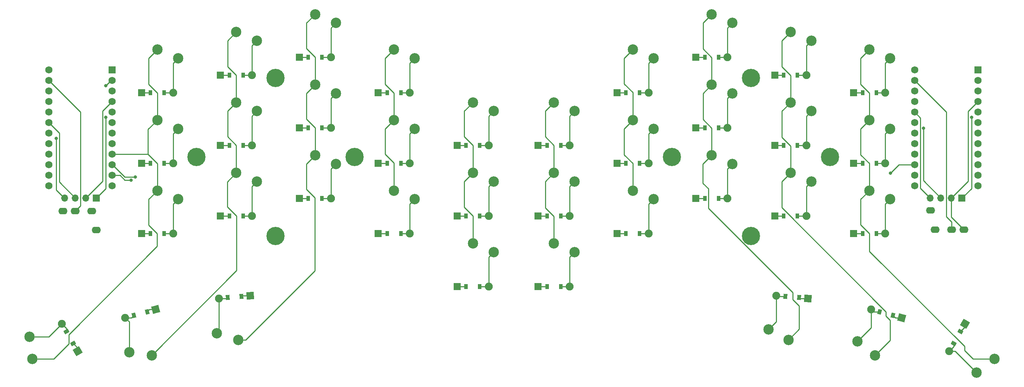
<source format=gbr>
%TF.GenerationSoftware,KiCad,Pcbnew,(6.0.4)*%
%TF.CreationDate,2022-07-03T23:33:08-04:00*%
%TF.ProjectId,glitch36,676c6974-6368-4333-962e-6b696361645f,v1.0.0*%
%TF.SameCoordinates,Original*%
%TF.FileFunction,Copper,L2,Bot*%
%TF.FilePolarity,Positive*%
%FSLAX46Y46*%
G04 Gerber Fmt 4.6, Leading zero omitted, Abs format (unit mm)*
G04 Created by KiCad (PCBNEW (6.0.4)) date 2022-07-03 23:33:08*
%MOMM*%
%LPD*%
G01*
G04 APERTURE LIST*
G04 Aperture macros list*
%AMRotRect*
0 Rectangle, with rotation*
0 The origin of the aperture is its center*
0 $1 length*
0 $2 width*
0 $3 Rotation angle, in degrees counterclockwise*
0 Add horizontal line*
21,1,$1,$2,0,0,$3*%
G04 Aperture macros list end*
%TA.AperFunction,ComponentPad*%
%ADD10C,2.500000*%
%TD*%
%TA.AperFunction,SMDPad,CuDef*%
%ADD11R,0.900000X1.200000*%
%TD*%
%TA.AperFunction,ComponentPad*%
%ADD12C,1.905000*%
%TD*%
%TA.AperFunction,ComponentPad*%
%ADD13R,1.778000X1.778000*%
%TD*%
%TA.AperFunction,SMDPad,CuDef*%
%ADD14RotRect,0.900000X1.200000X175.000000*%
%TD*%
%TA.AperFunction,ComponentPad*%
%ADD15RotRect,1.778000X1.778000X175.000000*%
%TD*%
%TA.AperFunction,SMDPad,CuDef*%
%ADD16RotRect,0.900000X1.200000X165.000000*%
%TD*%
%TA.AperFunction,ComponentPad*%
%ADD17RotRect,1.778000X1.778000X165.000000*%
%TD*%
%TA.AperFunction,SMDPad,CuDef*%
%ADD18RotRect,0.900000X1.200000X240.000000*%
%TD*%
%TA.AperFunction,ComponentPad*%
%ADD19RotRect,1.778000X1.778000X240.000000*%
%TD*%
%TA.AperFunction,SMDPad,CuDef*%
%ADD20RotRect,0.900000X1.200000X185.000000*%
%TD*%
%TA.AperFunction,ComponentPad*%
%ADD21RotRect,1.778000X1.778000X185.000000*%
%TD*%
%TA.AperFunction,SMDPad,CuDef*%
%ADD22RotRect,0.900000X1.200000X195.000000*%
%TD*%
%TA.AperFunction,ComponentPad*%
%ADD23RotRect,1.778000X1.778000X195.000000*%
%TD*%
%TA.AperFunction,SMDPad,CuDef*%
%ADD24RotRect,0.900000X1.200000X120.000000*%
%TD*%
%TA.AperFunction,ComponentPad*%
%ADD25RotRect,1.778000X1.778000X120.000000*%
%TD*%
%TA.AperFunction,ComponentPad*%
%ADD26R,1.752600X1.752600*%
%TD*%
%TA.AperFunction,ComponentPad*%
%ADD27C,1.752600*%
%TD*%
%TA.AperFunction,ComponentPad*%
%ADD28O,2.200000X1.600000*%
%TD*%
%TA.AperFunction,ComponentPad*%
%ADD29O,1.700000X1.700000*%
%TD*%
%TA.AperFunction,ComponentPad*%
%ADD30R,1.700000X1.700000*%
%TD*%
%TA.AperFunction,ComponentPad*%
%ADD31C,4.400000*%
%TD*%
%TA.AperFunction,ViaPad*%
%ADD32C,0.800000*%
%TD*%
%TA.AperFunction,Conductor*%
%ADD33C,0.250000*%
%TD*%
G04 APERTURE END LIST*
D10*
%TO.P,S1,1*%
%TO.N,pinky_bottom*%
X5000000Y3800000D03*
%TO.P,S1,2*%
%TO.N,B4*%
X0Y5900000D03*
%TD*%
D11*
%TO.P,D1,2*%
%TO.N,pinky_bottom*%
X1650000Y-4500000D03*
%TO.P,D1,1*%
%TO.N,B2*%
X-1650000Y-4500000D03*
D12*
%TO.N,pinky_bottom*%
X3810000Y-4500000D03*
D13*
%TO.P,D1,2*%
%TO.N,B2*%
X-3810000Y-4500000D03*
%TD*%
D10*
%TO.P,S2,1*%
%TO.N,pinky_home*%
X5000000Y20800000D03*
%TO.P,S2,2*%
%TO.N,B4*%
X0Y22900000D03*
%TD*%
D11*
%TO.P,D2,2*%
%TO.N,pinky_home*%
X1650000Y12500000D03*
%TO.P,D2,1*%
%TO.N,B3*%
X-1650000Y12500000D03*
D12*
%TO.N,pinky_home*%
X3810000Y12500000D03*
D13*
%TO.P,D2,2*%
%TO.N,B3*%
X-3810000Y12500000D03*
%TD*%
D10*
%TO.P,S3,1*%
%TO.N,pinky_top*%
X5000000Y37800000D03*
%TO.P,S3,2*%
%TO.N,B4*%
X0Y39900000D03*
%TD*%
D11*
%TO.P,D3,2*%
%TO.N,pinky_top*%
X1650000Y29500000D03*
%TO.P,D3,1*%
%TO.N,B1*%
X-1650000Y29500000D03*
D12*
%TO.N,pinky_top*%
X3810000Y29500000D03*
D13*
%TO.P,D3,2*%
%TO.N,B1*%
X-3810000Y29500000D03*
%TD*%
D10*
%TO.P,S4,1*%
%TO.N,ring_bottom*%
X24000000Y16550000D03*
%TO.P,S4,2*%
%TO.N,E6*%
X19000000Y18650000D03*
%TD*%
D11*
%TO.P,D4,2*%
%TO.N,ring_bottom*%
X20650000Y8250000D03*
%TO.P,D4,1*%
%TO.N,B2*%
X17350000Y8250000D03*
D12*
%TO.N,ring_bottom*%
X22810000Y8250000D03*
D13*
%TO.P,D4,2*%
%TO.N,B2*%
X15190000Y8250000D03*
%TD*%
D10*
%TO.P,S5,1*%
%TO.N,ring_home*%
X24000000Y33550000D03*
%TO.P,S5,2*%
%TO.N,E6*%
X19000000Y35650000D03*
%TD*%
D11*
%TO.P,D5,2*%
%TO.N,ring_home*%
X20650000Y25250000D03*
%TO.P,D5,1*%
%TO.N,B3*%
X17350000Y25250000D03*
D12*
%TO.N,ring_home*%
X22810000Y25250000D03*
D13*
%TO.P,D5,2*%
%TO.N,B3*%
X15190000Y25250000D03*
%TD*%
D10*
%TO.P,S6,1*%
%TO.N,ring_top*%
X24000000Y50550000D03*
%TO.P,S6,2*%
%TO.N,E6*%
X19000000Y52650000D03*
%TD*%
D11*
%TO.P,D6,2*%
%TO.N,ring_top*%
X20650000Y42250000D03*
%TO.P,D6,1*%
%TO.N,B1*%
X17350000Y42250000D03*
D12*
%TO.N,ring_top*%
X22810000Y42250000D03*
D13*
%TO.P,D6,2*%
%TO.N,B1*%
X15190000Y42250000D03*
%TD*%
D10*
%TO.P,S7,1*%
%TO.N,middle_bottom*%
X43000000Y25050000D03*
%TO.P,S7,2*%
%TO.N,D4*%
X38000000Y27150000D03*
%TD*%
D11*
%TO.P,D7,2*%
%TO.N,middle_bottom*%
X39650000Y16750000D03*
%TO.P,D7,1*%
%TO.N,B2*%
X36350000Y16750000D03*
D12*
%TO.N,middle_bottom*%
X41810000Y16750000D03*
D13*
%TO.P,D7,2*%
%TO.N,B2*%
X34190000Y16750000D03*
%TD*%
D10*
%TO.P,S8,1*%
%TO.N,middle_home*%
X43000000Y42050000D03*
%TO.P,S8,2*%
%TO.N,D4*%
X38000000Y44150000D03*
%TD*%
D11*
%TO.P,D8,2*%
%TO.N,middle_home*%
X39650000Y33750000D03*
%TO.P,D8,1*%
%TO.N,B3*%
X36350000Y33750000D03*
D12*
%TO.N,middle_home*%
X41810000Y33750000D03*
D13*
%TO.P,D8,2*%
%TO.N,B3*%
X34190000Y33750000D03*
%TD*%
D10*
%TO.P,S9,1*%
%TO.N,middle_top*%
X43000000Y59050000D03*
%TO.P,S9,2*%
%TO.N,D4*%
X38000000Y61150000D03*
%TD*%
D11*
%TO.P,D9,2*%
%TO.N,middle_top*%
X39650000Y50750000D03*
%TO.P,D9,1*%
%TO.N,B1*%
X36350000Y50750000D03*
D12*
%TO.N,middle_top*%
X41810000Y50750000D03*
D13*
%TO.P,D9,2*%
%TO.N,B1*%
X34190000Y50750000D03*
%TD*%
D10*
%TO.P,S10,1*%
%TO.N,index_bottom*%
X62000000Y20800000D03*
%TO.P,S10,2*%
%TO.N,C6*%
X57000000Y22900000D03*
%TD*%
D11*
%TO.P,D10,2*%
%TO.N,index_bottom*%
X58650000Y12500000D03*
%TO.P,D10,1*%
%TO.N,B2*%
X55350000Y12500000D03*
D12*
%TO.N,index_bottom*%
X60810000Y12500000D03*
D13*
%TO.P,D10,2*%
%TO.N,B2*%
X53190000Y12500000D03*
%TD*%
D10*
%TO.P,S11,1*%
%TO.N,index_home*%
X62000000Y37800000D03*
%TO.P,S11,2*%
%TO.N,C6*%
X57000000Y39900000D03*
%TD*%
D11*
%TO.P,D11,2*%
%TO.N,index_home*%
X58650000Y29500000D03*
%TO.P,D11,1*%
%TO.N,B3*%
X55350000Y29500000D03*
D12*
%TO.N,index_home*%
X60810000Y29500000D03*
D13*
%TO.P,D11,2*%
%TO.N,B3*%
X53190000Y29500000D03*
%TD*%
D10*
%TO.P,S12,1*%
%TO.N,index_top*%
X62000000Y54800000D03*
%TO.P,S12,2*%
%TO.N,C6*%
X57000000Y56900000D03*
%TD*%
D11*
%TO.P,D12,2*%
%TO.N,index_top*%
X58650000Y46500000D03*
%TO.P,D12,1*%
%TO.N,B1*%
X55350000Y46500000D03*
D12*
%TO.N,index_top*%
X60810000Y46500000D03*
D13*
%TO.P,D12,2*%
%TO.N,B1*%
X53190000Y46500000D03*
%TD*%
D10*
%TO.P,S13,1*%
%TO.N,inner_bottom*%
X81000000Y16550000D03*
%TO.P,S13,2*%
%TO.N,D7*%
X76000000Y18650000D03*
%TD*%
D11*
%TO.P,D13,2*%
%TO.N,inner_bottom*%
X77650000Y8250000D03*
%TO.P,D13,1*%
%TO.N,B2*%
X74350000Y8250000D03*
D12*
%TO.N,inner_bottom*%
X79810000Y8250000D03*
D13*
%TO.P,D13,2*%
%TO.N,B2*%
X72190000Y8250000D03*
%TD*%
D10*
%TO.P,S14,1*%
%TO.N,inner_home*%
X81000000Y33550000D03*
%TO.P,S14,2*%
%TO.N,D7*%
X76000000Y35650000D03*
%TD*%
D11*
%TO.P,D14,2*%
%TO.N,inner_home*%
X77650000Y25250000D03*
%TO.P,D14,1*%
%TO.N,B3*%
X74350000Y25250000D03*
D12*
%TO.N,inner_home*%
X79810000Y25250000D03*
D13*
%TO.P,D14,2*%
%TO.N,B3*%
X72190000Y25250000D03*
%TD*%
D10*
%TO.P,S15,1*%
%TO.N,inner_top*%
X81000000Y50550000D03*
%TO.P,S15,2*%
%TO.N,D7*%
X76000000Y52650000D03*
%TD*%
D11*
%TO.P,D15,2*%
%TO.N,inner_top*%
X77650000Y42250000D03*
%TO.P,D15,1*%
%TO.N,B1*%
X74350000Y42250000D03*
D12*
%TO.N,inner_top*%
X79810000Y42250000D03*
D13*
%TO.P,D15,2*%
%TO.N,B1*%
X72190000Y42250000D03*
%TD*%
D10*
%TO.P,S16,1*%
%TO.N,outer_thumbs*%
X51687835Y-14849761D03*
%TO.P,S16,2*%
%TO.N,D4*%
X56485781Y-17377549D03*
%TD*%
D14*
%TO.P,D16,2*%
%TO.N,outer_thumbs*%
X55748480Y-6873317D03*
%TO.P,D16,1*%
%TO.N,B6*%
X59035922Y-7160931D03*
D12*
%TO.N,outer_thumbs*%
X53596699Y-6685061D03*
D15*
%TO.P,D16,2*%
%TO.N,B6*%
X61187703Y-7349187D03*
%TD*%
D10*
%TO.P,S17,1*%
%TO.N,middle_thumbs*%
X73088606Y-17738292D03*
%TO.P,S17,2*%
%TO.N,C6*%
X77374716Y-21060831D03*
%TD*%
D16*
%TO.P,D17,2*%
%TO.N,middle_thumbs*%
X78472656Y-10588152D03*
%TO.P,D17,1*%
%TO.N,B6*%
X81660212Y-11442254D03*
D12*
%TO.N,middle_thumbs*%
X76386257Y-10029102D03*
D17*
%TO.P,D17,2*%
%TO.N,B6*%
X83746611Y-12001304D03*
%TD*%
D10*
%TO.P,S18,1*%
%TO.N,inner_thumbs*%
X101794727Y-25237037D03*
%TO.P,S18,2*%
%TO.N,D7*%
X106113380Y-21956910D03*
%TD*%
D18*
%TO.P,D18,2*%
%TO.N,inner_thumbs*%
X96281715Y-18185852D03*
%TO.P,D18,1*%
%TO.N,B6*%
X97931715Y-15327968D03*
D12*
%TO.N,inner_thumbs*%
X95201715Y-20056467D03*
D19*
%TO.P,D18,2*%
%TO.N,B6*%
X99011715Y-13457353D03*
%TD*%
D10*
%TO.P,S19,1*%
%TO.N,mirror_pinky_bottom*%
X-14550000Y3800000D03*
%TO.P,S19,2*%
%TO.N,B2*%
X-19550000Y5900000D03*
%TD*%
D11*
%TO.P,D19,2*%
%TO.N,mirror_pinky_bottom*%
X-17900000Y-4500000D03*
%TO.P,D19,1*%
%TO.N,B4*%
X-21200000Y-4500000D03*
D12*
%TO.N,mirror_pinky_bottom*%
X-15740000Y-4500000D03*
D13*
%TO.P,D19,2*%
%TO.N,B4*%
X-23360000Y-4500000D03*
%TD*%
D10*
%TO.P,S20,1*%
%TO.N,mirror_pinky_home*%
X-14550000Y20800000D03*
%TO.P,S20,2*%
%TO.N,B2*%
X-19550000Y22900000D03*
%TD*%
D11*
%TO.P,D20,2*%
%TO.N,mirror_pinky_home*%
X-17900000Y12500000D03*
%TO.P,D20,1*%
%TO.N,E6*%
X-21200000Y12500000D03*
D12*
%TO.N,mirror_pinky_home*%
X-15740000Y12500000D03*
D13*
%TO.P,D20,2*%
%TO.N,E6*%
X-23360000Y12500000D03*
%TD*%
D10*
%TO.P,S21,1*%
%TO.N,mirror_pinky_top*%
X-14550000Y37800000D03*
%TO.P,S21,2*%
%TO.N,B2*%
X-19550000Y39900000D03*
%TD*%
D11*
%TO.P,D21,2*%
%TO.N,mirror_pinky_top*%
X-17900000Y29500000D03*
%TO.P,D21,1*%
%TO.N,D7*%
X-21200000Y29500000D03*
D12*
%TO.N,mirror_pinky_top*%
X-15740000Y29500000D03*
D13*
%TO.P,D21,2*%
%TO.N,D7*%
X-23360000Y29500000D03*
%TD*%
D10*
%TO.P,S22,2*%
%TO.N,B3*%
X-38550000Y18650000D03*
%TO.P,S22,1*%
%TO.N,mirror_ring_bottom*%
X-33550000Y16550000D03*
%TD*%
D11*
%TO.P,D22,2*%
%TO.N,mirror_ring_bottom*%
X-36900000Y8250000D03*
%TO.P,D22,1*%
%TO.N,B4*%
X-40200000Y8250000D03*
D12*
%TO.N,mirror_ring_bottom*%
X-34740000Y8250000D03*
D13*
%TO.P,D22,2*%
%TO.N,B4*%
X-42360000Y8250000D03*
%TD*%
D10*
%TO.P,S23,1*%
%TO.N,mirror_ring_home*%
X-33550000Y33550000D03*
%TO.P,S23,2*%
%TO.N,B3*%
X-38550000Y35650000D03*
%TD*%
D11*
%TO.P,D23,2*%
%TO.N,mirror_ring_home*%
X-36900000Y25250000D03*
%TO.P,D23,1*%
%TO.N,E6*%
X-40200000Y25250000D03*
D12*
%TO.N,mirror_ring_home*%
X-34740000Y25250000D03*
D13*
%TO.P,D23,2*%
%TO.N,E6*%
X-42360000Y25250000D03*
%TD*%
D10*
%TO.P,S24,1*%
%TO.N,mirror_ring_top*%
X-33550000Y50550000D03*
%TO.P,S24,2*%
%TO.N,B3*%
X-38550000Y52650000D03*
%TD*%
D11*
%TO.P,D24,2*%
%TO.N,mirror_ring_top*%
X-36900000Y42250000D03*
%TO.P,D24,1*%
%TO.N,D7*%
X-40200000Y42250000D03*
D12*
%TO.N,mirror_ring_top*%
X-34740000Y42250000D03*
D13*
%TO.P,D24,2*%
%TO.N,D7*%
X-42360000Y42250000D03*
%TD*%
D10*
%TO.P,S25,1*%
%TO.N,mirror_middle_bottom*%
X-52550000Y25050000D03*
%TO.P,S25,2*%
%TO.N,F6*%
X-57550000Y27150000D03*
%TD*%
D11*
%TO.P,D25,2*%
%TO.N,mirror_middle_bottom*%
X-55900000Y16750000D03*
%TO.P,D25,1*%
%TO.N,B4*%
X-59200000Y16750000D03*
D12*
%TO.N,mirror_middle_bottom*%
X-53740000Y16750000D03*
D13*
%TO.P,D25,2*%
%TO.N,B4*%
X-61360000Y16750000D03*
%TD*%
D10*
%TO.P,S26,1*%
%TO.N,mirror_middle_home*%
X-52550000Y42050000D03*
%TO.P,S26,2*%
%TO.N,F6*%
X-57550000Y44150000D03*
%TD*%
D11*
%TO.P,D26,2*%
%TO.N,mirror_middle_home*%
X-55900000Y33750000D03*
%TO.P,D26,1*%
%TO.N,E6*%
X-59200000Y33750000D03*
D12*
%TO.N,mirror_middle_home*%
X-53740000Y33750000D03*
D13*
%TO.P,D26,2*%
%TO.N,E6*%
X-61360000Y33750000D03*
%TD*%
D10*
%TO.P,S27,1*%
%TO.N,mirror_middle_top*%
X-52550000Y59050000D03*
%TO.P,S27,2*%
%TO.N,F6*%
X-57550000Y61150000D03*
%TD*%
D11*
%TO.P,D27,2*%
%TO.N,mirror_middle_top*%
X-55900000Y50750000D03*
%TO.P,D27,1*%
%TO.N,D7*%
X-59200000Y50750000D03*
D12*
%TO.N,mirror_middle_top*%
X-53740000Y50750000D03*
D13*
%TO.P,D27,2*%
%TO.N,D7*%
X-61360000Y50750000D03*
%TD*%
D10*
%TO.P,S28,1*%
%TO.N,mirror_index_bottom*%
X-71550000Y20800000D03*
%TO.P,S28,2*%
%TO.N,F7*%
X-76550000Y22900000D03*
%TD*%
D11*
%TO.P,D28,2*%
%TO.N,mirror_index_bottom*%
X-74900000Y12500000D03*
%TO.P,D28,1*%
%TO.N,B4*%
X-78200000Y12500000D03*
D12*
%TO.N,mirror_index_bottom*%
X-72740000Y12500000D03*
D13*
%TO.P,D28,2*%
%TO.N,B4*%
X-80360000Y12500000D03*
%TD*%
D10*
%TO.P,S29,1*%
%TO.N,mirror_index_home*%
X-71550000Y37800000D03*
%TO.P,S29,2*%
%TO.N,F7*%
X-76550000Y39900000D03*
%TD*%
D11*
%TO.P,D29,2*%
%TO.N,mirror_index_home*%
X-74900000Y29500000D03*
%TO.P,D29,1*%
%TO.N,E6*%
X-78200000Y29500000D03*
D12*
%TO.N,mirror_index_home*%
X-72740000Y29500000D03*
D13*
%TO.P,D29,2*%
%TO.N,E6*%
X-80360000Y29500000D03*
%TD*%
D10*
%TO.P,S30,1*%
%TO.N,mirror_index_top*%
X-71550000Y54800000D03*
%TO.P,S30,2*%
%TO.N,F7*%
X-76550000Y56900000D03*
%TD*%
D11*
%TO.P,D30,2*%
%TO.N,mirror_index_top*%
X-74900000Y46500000D03*
%TO.P,D30,1*%
%TO.N,D7*%
X-78200000Y46500000D03*
D12*
%TO.N,mirror_index_top*%
X-72740000Y46500000D03*
D13*
%TO.P,D30,2*%
%TO.N,D7*%
X-80360000Y46500000D03*
%TD*%
D10*
%TO.P,S31,1*%
%TO.N,mirror_inner_bottom*%
X-90550000Y16550000D03*
%TO.P,S31,2*%
%TO.N,B1*%
X-95550000Y18650000D03*
%TD*%
D11*
%TO.P,D31,2*%
%TO.N,mirror_inner_bottom*%
X-93900000Y8250000D03*
%TO.P,D31,1*%
%TO.N,B4*%
X-97200000Y8250000D03*
D12*
%TO.N,mirror_inner_bottom*%
X-91740000Y8250000D03*
D13*
%TO.P,D31,2*%
%TO.N,B4*%
X-99360000Y8250000D03*
%TD*%
D10*
%TO.P,S32,1*%
%TO.N,mirror_inner_home*%
X-90550000Y33550000D03*
%TO.P,S32,2*%
%TO.N,B1*%
X-95550000Y35650000D03*
%TD*%
D11*
%TO.P,D32,2*%
%TO.N,mirror_inner_home*%
X-93900000Y25250000D03*
%TO.P,D32,1*%
%TO.N,E6*%
X-97200000Y25250000D03*
D12*
%TO.N,mirror_inner_home*%
X-91740000Y25250000D03*
D13*
%TO.P,D32,2*%
%TO.N,E6*%
X-99360000Y25250000D03*
%TD*%
D10*
%TO.P,S33,1*%
%TO.N,mirror_inner_top*%
X-90550000Y50550000D03*
%TO.P,S33,2*%
%TO.N,B1*%
X-95550000Y52650000D03*
%TD*%
D11*
%TO.P,D33,2*%
%TO.N,mirror_inner_top*%
X-93900000Y42250000D03*
%TO.P,D33,1*%
%TO.N,D7*%
X-97200000Y42250000D03*
D12*
%TO.N,mirror_inner_top*%
X-91740000Y42250000D03*
D13*
%TO.P,D33,2*%
%TO.N,D7*%
X-99360000Y42250000D03*
%TD*%
D10*
%TO.P,S34,1*%
%TO.N,mirror_outer_thumbs*%
X-81199782Y-15721319D03*
%TO.P,S34,2*%
%TO.N,F6*%
X-76035781Y-17377549D03*
%TD*%
D20*
%TO.P,D34,2*%
%TO.N,mirror_outer_thumbs*%
X-78585922Y-7160931D03*
%TO.P,D34,1*%
%TO.N,B5*%
X-75298480Y-6873317D03*
D12*
%TO.N,mirror_outer_thumbs*%
X-80737703Y-7349187D03*
D21*
%TO.P,D34,2*%
%TO.N,B5*%
X-73146699Y-6685061D03*
%TD*%
D10*
%TO.P,S35,1*%
%TO.N,mirror_middle_thumbs*%
X-102297865Y-20326482D03*
%TO.P,S35,2*%
%TO.N,F7*%
X-96924716Y-21060831D03*
%TD*%
D22*
%TO.P,D35,2*%
%TO.N,mirror_middle_thumbs*%
X-101210212Y-11442254D03*
%TO.P,D35,1*%
%TO.N,B5*%
X-98022656Y-10588152D03*
D12*
%TO.N,mirror_middle_thumbs*%
X-103296611Y-12001304D03*
D23*
%TO.P,D35,2*%
%TO.N,B5*%
X-95936257Y-10029102D03*
%TD*%
D10*
%TO.P,S36,1*%
%TO.N,mirror_inner_thumbs*%
X-126344726Y-16576783D03*
%TO.P,S36,2*%
%TO.N,B1*%
X-125663379Y-21956910D03*
%TD*%
D24*
%TO.P,D36,2*%
%TO.N,mirror_inner_thumbs*%
X-117481715Y-15327968D03*
%TO.P,D36,1*%
%TO.N,B5*%
X-115831715Y-18185852D03*
D12*
%TO.N,mirror_inner_thumbs*%
X-118561715Y-13457353D03*
D25*
%TO.P,D36,2*%
%TO.N,B5*%
X-114751715Y-20056467D03*
%TD*%
D26*
%TO.P,MCU1,1*%
%TO.N,RAW*%
X102120000Y47720000D03*
D27*
%TO.P,MCU1,2*%
%TO.N,GND*%
X102120000Y45180000D03*
%TO.P,MCU1,3*%
%TO.N,RST*%
X102120000Y42640000D03*
%TO.P,MCU1,4*%
%TO.N,VCC*%
X102120000Y40100000D03*
%TO.P,MCU1,5*%
%TO.N,F4*%
X102120000Y37560000D03*
%TO.P,MCU1,6*%
%TO.N,F5*%
X102120000Y35020000D03*
%TO.P,MCU1,7*%
%TO.N,F6*%
X102120000Y32480000D03*
%TO.P,MCU1,8*%
%TO.N,F7*%
X102120000Y29940000D03*
%TO.P,MCU1,9*%
%TO.N,B1*%
X102120000Y27400000D03*
%TO.P,MCU1,10*%
%TO.N,B3*%
X102120000Y24860000D03*
%TO.P,MCU1,11*%
%TO.N,B2*%
X102120000Y22320000D03*
%TO.P,MCU1,12*%
%TO.N,B6*%
X102120000Y19780000D03*
%TO.P,MCU1,13*%
%TO.N,D3*%
X86880000Y47720000D03*
%TO.P,MCU1,14*%
%TO.N,D2*%
X86880000Y45180000D03*
%TO.P,MCU1,15*%
%TO.N,GND*%
X86880000Y42640000D03*
%TO.P,MCU1,16*%
X86880000Y40100000D03*
%TO.P,MCU1,17*%
%TO.N,D1*%
X86880000Y37560000D03*
%TO.P,MCU1,18*%
%TO.N,D0*%
X86880000Y35020000D03*
%TO.P,MCU1,19*%
%TO.N,D4*%
X86880000Y32480000D03*
%TO.P,MCU1,20*%
%TO.N,C6*%
X86880000Y29940000D03*
%TO.P,MCU1,21*%
%TO.N,D7*%
X86880000Y27400000D03*
%TO.P,MCU1,22*%
%TO.N,E6*%
X86880000Y24860000D03*
%TO.P,MCU1,23*%
%TO.N,B4*%
X86880000Y22320000D03*
%TO.P,MCU1,24*%
%TO.N,B5*%
X86880000Y19780000D03*
%TD*%
D26*
%TO.P,MCU2,1*%
%TO.N,RAW*%
X-106430000Y47720000D03*
D27*
%TO.P,MCU2,2*%
%TO.N,GND*%
X-106430000Y45180000D03*
%TO.P,MCU2,3*%
%TO.N,RST*%
X-106430000Y42640000D03*
%TO.P,MCU2,4*%
%TO.N,VCC*%
X-106430000Y40100000D03*
%TO.P,MCU2,5*%
%TO.N,F4*%
X-106430000Y37560000D03*
%TO.P,MCU2,6*%
%TO.N,F5*%
X-106430000Y35020000D03*
%TO.P,MCU2,7*%
%TO.N,F6*%
X-106430000Y32480000D03*
%TO.P,MCU2,8*%
%TO.N,F7*%
X-106430000Y29940000D03*
%TO.P,MCU2,9*%
%TO.N,B1*%
X-106430000Y27400000D03*
%TO.P,MCU2,10*%
%TO.N,B3*%
X-106430000Y24860000D03*
%TO.P,MCU2,11*%
%TO.N,B2*%
X-106430000Y22320000D03*
%TO.P,MCU2,12*%
%TO.N,B6*%
X-106430000Y19780000D03*
%TO.P,MCU2,13*%
%TO.N,D3*%
X-121670000Y47720000D03*
%TO.P,MCU2,14*%
%TO.N,D2*%
X-121670000Y45180000D03*
%TO.P,MCU2,15*%
%TO.N,GND*%
X-121670000Y42640000D03*
%TO.P,MCU2,16*%
X-121670000Y40100000D03*
%TO.P,MCU2,17*%
%TO.N,D1*%
X-121670000Y37560000D03*
%TO.P,MCU2,18*%
%TO.N,D0*%
X-121670000Y35020000D03*
%TO.P,MCU2,19*%
%TO.N,D4*%
X-121670000Y32480000D03*
%TO.P,MCU2,20*%
%TO.N,C6*%
X-121670000Y29940000D03*
%TO.P,MCU2,21*%
%TO.N,D7*%
X-121670000Y27400000D03*
%TO.P,MCU2,22*%
%TO.N,E6*%
X-121670000Y24860000D03*
%TO.P,MCU2,23*%
%TO.N,B4*%
X-121670000Y22320000D03*
%TO.P,MCU2,24*%
%TO.N,B5*%
X-121670000Y19780000D03*
%TD*%
D28*
%TO.P,REF\u002A\u002A,1*%
%TO.N,GND*%
X90700000Y13850000D03*
%TO.P,REF\u002A\u002A,2*%
X91800000Y9250000D03*
%TO.P,REF\u002A\u002A,3*%
%TO.N,D2*%
X95800000Y9250000D03*
%TO.P,REF\u002A\u002A,4*%
%TO.N,VCC*%
X98800000Y9250000D03*
%TD*%
%TO.P,REF\u002A\u002A,1*%
%TO.N,GND*%
X-110250000Y9150000D03*
%TO.P,REF\u002A\u002A,2*%
X-111350000Y13750000D03*
%TO.P,REF\u002A\u002A,3*%
%TO.N,D2*%
X-115350000Y13750000D03*
%TO.P,REF\u002A\u002A,4*%
%TO.N,VCC*%
X-118350000Y13750000D03*
%TD*%
D29*
%TO.P,OLED1,4*%
%TO.N,D1*%
X90680000Y16850000D03*
%TO.P,OLED1,3*%
%TO.N,D0*%
X93220000Y16850000D03*
%TO.P,OLED1,2*%
%TO.N,VCC*%
X95760000Y16850000D03*
D30*
%TO.P,OLED1,1*%
%TO.N,GND*%
X98300000Y16850000D03*
%TD*%
D29*
%TO.P,OLED2,4*%
%TO.N,D1*%
X-117870000Y16850000D03*
%TO.P,OLED2,3*%
%TO.N,D0*%
X-115330000Y16850000D03*
%TO.P,OLED2,2*%
%TO.N,VCC*%
X-112790000Y16850000D03*
D30*
%TO.P,OLED2,1*%
%TO.N,GND*%
X-110250000Y16850000D03*
%TD*%
D31*
%TO.P,,1*%
%TO.N,N/C*%
X47500000Y45800000D03*
X47500000Y7700000D03*
X28450000Y26750000D03*
X66550000Y26750000D03*
%TD*%
%TO.P,,1*%
%TO.N,N/C*%
X-67050000Y45800000D03*
X-67050000Y7700000D03*
X-86100000Y26750000D03*
X-48000000Y26750000D03*
%TD*%
D32*
%TO.N,GND*%
X100600000Y36300000D03*
%TO.N,D0*%
X89024500Y33700000D03*
%TO.N,E6*%
X81100000Y22875500D03*
%TO.N,GND*%
X-108000000Y43900000D03*
X-108000000Y36300000D03*
%TO.N,D1*%
X-119900000Y31200000D03*
%TO.N,B2*%
X-101900000Y21175500D03*
%TO.N,B3*%
X-100900000Y21900000D03*
%TD*%
D33*
%TO.N,GND*%
X-106720000Y45180000D02*
X-106430000Y45180000D01*
X-108000000Y43900000D02*
X-106720000Y45180000D01*
%TO.N,D2*%
X-114100000Y37610000D02*
X-121670000Y45180000D01*
X-114100000Y15000000D02*
X-114100000Y37610000D01*
X-115350000Y13750000D02*
X-114100000Y15000000D01*
X94500000Y37560000D02*
X86880000Y45180000D01*
X94500000Y12359686D02*
X94500000Y37560000D01*
X95800000Y11059686D02*
X94500000Y12359686D01*
X95800000Y9250000D02*
X95800000Y11059686D01*
%TO.N,VCC*%
X98800000Y9250000D02*
X95760000Y12290000D01*
X95760000Y12290000D02*
X95760000Y16850000D01*
%TO.N,F7*%
X-78700000Y14700000D02*
X-78700000Y20750000D01*
X-76500000Y12500000D02*
X-78700000Y14700000D01*
X-96924716Y-21060831D02*
X-76500000Y-636115D01*
X-78700000Y20750000D02*
X-76550000Y22900000D01*
X-76500000Y-636115D02*
X-76500000Y12500000D01*
%TO.N,D7*%
X76000000Y8300000D02*
X73910979Y10389021D01*
X76000000Y4000000D02*
X76000000Y8300000D01*
X73910979Y10389021D02*
X73910979Y16560979D01*
X98914809Y-18914809D02*
X76000000Y4000000D01*
X98914809Y-19872212D02*
X98914809Y-18914809D01*
X73910979Y16560979D02*
X76000000Y18650000D01*
X100999507Y-21956910D02*
X98914809Y-19872212D01*
X106113380Y-21956910D02*
X100999507Y-21956910D01*
%TO.N,C6*%
X54900000Y20800000D02*
X57000000Y22900000D01*
X54900000Y14550978D02*
X54900000Y20800000D01*
X80000000Y-11600000D02*
X80000000Y-10549022D01*
X80990769Y-12590769D02*
X80000000Y-11600000D01*
X80000000Y-10549022D02*
X54900000Y14550978D01*
X80990769Y-17444778D02*
X80990769Y-12590769D01*
X77374716Y-21060831D02*
X80990769Y-17444778D01*
%TO.N,D4*%
X35900000Y25050000D02*
X38000000Y27150000D01*
X35900000Y20395677D02*
X35900000Y25050000D01*
X37200000Y19095677D02*
X35900000Y20395677D01*
X37200000Y14400000D02*
X37200000Y19095677D01*
X59089021Y-9189021D02*
X57500000Y-7600000D01*
X59089021Y-14774309D02*
X59089021Y-9189021D01*
X57500000Y-7600000D02*
X57500000Y-5900000D01*
X56485781Y-17377549D02*
X59089021Y-14774309D01*
X57500000Y-5900000D02*
X37200000Y14400000D01*
%TO.N,E6*%
X83084500Y24860000D02*
X86880000Y24860000D01*
X81100000Y22875500D02*
X83084500Y24860000D01*
%TO.N,D0*%
X89024500Y21045500D02*
X93220000Y16850000D01*
X89024500Y33700000D02*
X89024500Y21045500D01*
%TO.N,D1*%
X-119900000Y18800000D02*
X-117950000Y16850000D01*
X-117950000Y16850000D02*
X-117870000Y16850000D01*
X-119900000Y31200000D02*
X-119900000Y18800000D01*
%TO.N,GND*%
X-108000000Y19100000D02*
X-110250000Y16850000D01*
X-108000000Y36300000D02*
X-108000000Y19100000D01*
%TO.N,D1*%
X88300000Y36140000D02*
X86880000Y37560000D01*
X88300000Y19230000D02*
X88300000Y36140000D01*
X90680000Y16850000D02*
X88300000Y19230000D01*
%TO.N,VCC*%
X99800000Y37780000D02*
X102120000Y40100000D01*
X99800000Y20890000D02*
X99800000Y37780000D01*
X95760000Y16850000D02*
X99800000Y20890000D01*
%TO.N,GND*%
X100600000Y36300000D02*
X100600000Y19150000D01*
X100600000Y19150000D02*
X98300000Y16850000D01*
%TO.N,B1*%
X-97825489Y27400000D02*
X-106430000Y27400000D01*
X-97639021Y27213532D02*
X-95550000Y25124511D01*
X-95550000Y25124511D02*
X-95550000Y18650000D01*
X-97639021Y27213532D02*
X-97825489Y27400000D01*
%TO.N,B2*%
X-103400000Y21200000D02*
X-104520000Y22320000D01*
X-104520000Y22320000D02*
X-106430000Y22320000D01*
X-101924500Y21200000D02*
X-103400000Y21200000D01*
X-101900000Y21175500D02*
X-101924500Y21200000D01*
%TO.N,B3*%
X-106360000Y24860000D02*
X-106430000Y24860000D01*
X-103400000Y21900000D02*
X-106360000Y24860000D01*
X-100900000Y21900000D02*
X-103400000Y21900000D01*
%TO.N,B1*%
X-97800000Y27374511D02*
X-97639021Y27213532D01*
X-97800000Y33400000D02*
X-97800000Y27374511D01*
X-95550000Y35650000D02*
X-97800000Y33400000D01*
%TO.N,VCC*%
X-108724511Y37805489D02*
X-106430000Y40100000D01*
X-108724511Y20915489D02*
X-108724511Y37805489D01*
X-112790000Y16850000D02*
X-108724511Y20915489D01*
%TO.N,D0*%
X-119175489Y32525489D02*
X-121670000Y35020000D01*
X-119175489Y20695489D02*
X-119175489Y32525489D01*
X-115330000Y16850000D02*
X-119175489Y20695489D01*
%TO.N,F6*%
X-59639021Y18939021D02*
X-59639021Y25060979D01*
X-57600000Y16900000D02*
X-59639021Y18939021D01*
X-57600000Y-709534D02*
X-57600000Y16900000D01*
X-59639021Y25060979D02*
X-57550000Y27150000D01*
X-74268015Y-17377549D02*
X-57600000Y-709534D01*
X-76035781Y-17377549D02*
X-74268015Y-17377549D01*
%TO.N,B1*%
X-97639021Y16560979D02*
X-95550000Y18650000D01*
X-95600000Y8300000D02*
X-97639021Y10339021D01*
X-116900850Y-16100850D02*
X-95600000Y5200000D01*
X-97639021Y10339021D02*
X-97639021Y16560979D01*
X-116900850Y-18308254D02*
X-116900850Y-16100850D01*
X-120549506Y-21956910D02*
X-116900850Y-18308254D01*
X-125663379Y-21956910D02*
X-120549506Y-21956910D01*
X-95600000Y5200000D02*
X-95600000Y8300000D01*
%TO.N,D7*%
X76000000Y25200000D02*
X76000000Y18650000D01*
X73910979Y27289021D02*
X76000000Y25200000D01*
X76000000Y35650000D02*
X73910979Y33560979D01*
X73910979Y33560979D02*
X73910979Y27289021D01*
X76000000Y42174511D02*
X76000000Y35650000D01*
X73910979Y44263532D02*
X76000000Y42174511D01*
X73910979Y50560979D02*
X73910979Y44263532D01*
X76000000Y52650000D02*
X73910979Y50560979D01*
%TO.N,C6*%
X54910979Y31489021D02*
X57000000Y29400000D01*
X54910979Y37810979D02*
X54910979Y31489021D01*
X57000000Y29400000D02*
X57000000Y22900000D01*
X57000000Y39900000D02*
X54910979Y37810979D01*
X57000000Y46400000D02*
X57000000Y39900000D01*
X54910979Y54810979D02*
X54910979Y48489021D01*
X54910979Y48489021D02*
X57000000Y46400000D01*
X57000000Y56900000D02*
X54910979Y54810979D01*
%TO.N,D4*%
X38000000Y33700000D02*
X38000000Y27150000D01*
X35910979Y35789021D02*
X38000000Y33700000D01*
X35910979Y42060979D02*
X35910979Y35789021D01*
X38000000Y44150000D02*
X35910979Y42060979D01*
X38000000Y50700000D02*
X38000000Y44150000D01*
X35910979Y52789021D02*
X38000000Y50700000D01*
X35910979Y59060979D02*
X35910979Y52789021D01*
X38000000Y61150000D02*
X35910979Y59060979D01*
%TO.N,E6*%
X19000000Y25200000D02*
X19000000Y18650000D01*
X16910979Y27289021D02*
X19000000Y25200000D01*
X19000000Y35650000D02*
X16910979Y33560979D01*
X16910979Y33560979D02*
X16910979Y27289021D01*
X19000000Y42299022D02*
X19000000Y35650000D01*
X16910979Y44388043D02*
X19000000Y42299022D01*
X16910979Y50560979D02*
X16910979Y44388043D01*
X19000000Y52650000D02*
X16910979Y50560979D01*
%TO.N,B4*%
X-2089021Y14489021D02*
X0Y12400000D01*
X0Y12400000D02*
X0Y5900000D01*
X-2089021Y20810979D02*
X-2089021Y14489021D01*
X0Y22900000D02*
X-2089021Y20810979D01*
X-2089021Y31638043D02*
X0Y29549022D01*
X0Y29549022D02*
X0Y22900000D01*
X0Y39900000D02*
X-2089021Y37810979D01*
X-2089021Y37810979D02*
X-2089021Y31638043D01*
%TO.N,B2*%
X-21639021Y14638043D02*
X-19550000Y12549022D01*
X-21639021Y20810979D02*
X-21639021Y14638043D01*
X-19550000Y22900000D02*
X-21639021Y20810979D01*
X-19550000Y12549022D02*
X-19550000Y5900000D01*
X-21639021Y31638043D02*
X-19550000Y29549022D01*
X-21639021Y37810979D02*
X-21639021Y31638043D01*
X-19550000Y29549022D02*
X-19550000Y22900000D01*
X-19550000Y39900000D02*
X-21639021Y37810979D01*
%TO.N,B3*%
X-40639021Y27388043D02*
X-38550000Y25299022D01*
X-40639021Y33560979D02*
X-40639021Y27388043D01*
X-38550000Y25299022D02*
X-38550000Y18650000D01*
X-38550000Y35650000D02*
X-40639021Y33560979D01*
X-38550000Y42150000D02*
X-38550000Y35650000D01*
X-40639021Y44239021D02*
X-38550000Y42150000D01*
X-40639021Y50560979D02*
X-40639021Y44239021D01*
X-38550000Y52650000D02*
X-40639021Y50560979D01*
%TO.N,F6*%
X-57550000Y33799022D02*
X-57550000Y27150000D01*
X-59639021Y35888043D02*
X-57550000Y33799022D01*
X-59639021Y42060979D02*
X-59639021Y35888043D01*
X-57550000Y44150000D02*
X-59639021Y42060979D01*
X-57550000Y50799022D02*
X-57550000Y44150000D01*
X-59639021Y52888043D02*
X-57550000Y50799022D01*
X-57550000Y61150000D02*
X-59639021Y59060979D01*
X-59639021Y59060979D02*
X-59639021Y52888043D01*
%TO.N,F7*%
X-76550000Y29549022D02*
X-76550000Y22900000D01*
X-78639021Y31638043D02*
X-76550000Y29549022D01*
X-78639021Y37810979D02*
X-78639021Y31638043D01*
X-76550000Y39900000D02*
X-78639021Y37810979D01*
X-76550000Y46450000D02*
X-76550000Y39900000D01*
X-78639021Y48539021D02*
X-76550000Y46450000D01*
X-78639021Y54810979D02*
X-78639021Y48539021D01*
X-76550000Y56900000D02*
X-78639021Y54810979D01*
%TO.N,B1*%
X-95550000Y42150000D02*
X-95550000Y35650000D01*
X-97639021Y50560979D02*
X-97639021Y44239021D01*
X-97639021Y44239021D02*
X-95550000Y42150000D01*
X-95550000Y52650000D02*
X-97639021Y50560979D01*
%TO.N,inner_thumbs*%
X96614157Y-20056467D02*
X95201715Y-20056467D01*
X101794727Y-25237037D02*
X96614157Y-20056467D01*
%TO.N,middle_thumbs*%
X76386257Y-14440641D02*
X76386257Y-10029102D01*
X73088606Y-17738292D02*
X76386257Y-14440641D01*
%TO.N,outer_thumbs*%
X53596699Y-12940897D02*
X53596699Y-6685061D01*
X51687835Y-14849761D02*
X53596699Y-12940897D01*
%TO.N,inner_bottom*%
X81000000Y16550000D02*
X79810000Y15360000D01*
X79810000Y15360000D02*
X79810000Y8250000D01*
%TO.N,index_bottom*%
X60810000Y19610000D02*
X60810000Y12500000D01*
X62000000Y20800000D02*
X60810000Y19610000D01*
%TO.N,middle_bottom*%
X43000000Y25050000D02*
X41810000Y23860000D01*
X41810000Y23860000D02*
X41810000Y16750000D01*
%TO.N,index_home*%
X62000000Y37800000D02*
X60810000Y36610000D01*
X60810000Y36610000D02*
X60810000Y29500000D01*
%TO.N,inner_home*%
X79810000Y32360000D02*
X79810000Y25250000D01*
X81000000Y33550000D02*
X79810000Y32360000D01*
%TO.N,inner_top*%
X81000000Y50550000D02*
X79810000Y49360000D01*
X79810000Y49360000D02*
X79810000Y42250000D01*
%TO.N,index_top*%
X62000000Y54800000D02*
X60810000Y53610000D01*
X60810000Y53610000D02*
X60810000Y46500000D01*
%TO.N,middle_home*%
X41810000Y40860000D02*
X41810000Y33750000D01*
X43000000Y42050000D02*
X41810000Y40860000D01*
%TO.N,inner_thumbs*%
X96281715Y-18976467D02*
X95201715Y-20056467D01*
X96281715Y-18185852D02*
X96281715Y-18976467D01*
%TO.N,B6*%
X99011715Y-14247968D02*
X97931715Y-15327968D01*
X99011715Y-13457353D02*
X99011715Y-14247968D01*
X82219262Y-12001304D02*
X81660212Y-11442254D01*
X83746611Y-12001304D02*
X82219262Y-12001304D01*
%TO.N,middle_thumbs*%
X76945307Y-10588152D02*
X76386257Y-10029102D01*
X78472656Y-10588152D02*
X76945307Y-10588152D01*
%TO.N,B6*%
X59224178Y-7349187D02*
X59035922Y-7160931D01*
X61187703Y-7349187D02*
X59224178Y-7349187D01*
%TO.N,outer_thumbs*%
X53784955Y-6873317D02*
X53596699Y-6685061D01*
X55748480Y-6873317D02*
X53784955Y-6873317D01*
%TO.N,inner_top*%
X77650000Y42250000D02*
X79810000Y42250000D01*
%TO.N,B1*%
X72190000Y42250000D02*
X74350000Y42250000D01*
%TO.N,B3*%
X74350000Y25250000D02*
X72190000Y25250000D01*
%TO.N,inner_home*%
X79810000Y25250000D02*
X77650000Y25250000D01*
%TO.N,inner_bottom*%
X77650000Y8250000D02*
X79810000Y8250000D01*
%TO.N,B2*%
X72190000Y8250000D02*
X74350000Y8250000D01*
X55350000Y12500000D02*
X53190000Y12500000D01*
%TO.N,index_bottom*%
X60810000Y12500000D02*
X58650000Y12500000D01*
%TO.N,index_home*%
X58650000Y29500000D02*
X60810000Y29500000D01*
%TO.N,B3*%
X53190000Y29500000D02*
X55350000Y29500000D01*
%TO.N,B1*%
X55350000Y46500000D02*
X53190000Y46500000D01*
%TO.N,index_top*%
X60810000Y46500000D02*
X58650000Y46500000D01*
%TO.N,middle_bottom*%
X39650000Y16750000D02*
X41810000Y16750000D01*
%TO.N,B2*%
X34190000Y16750000D02*
X36350000Y16750000D01*
%TO.N,B3*%
X36350000Y33750000D02*
X34190000Y33750000D01*
%TO.N,middle_home*%
X41810000Y33750000D02*
X39650000Y33750000D01*
%TO.N,middle_top*%
X39650000Y50750000D02*
X41810000Y50750000D01*
%TO.N,B1*%
X34190000Y50750000D02*
X36350000Y50750000D01*
X17350000Y42250000D02*
X15190000Y42250000D01*
%TO.N,ring_top*%
X20650000Y42250000D02*
X22810000Y42250000D01*
%TO.N,ring_home*%
X20650000Y25250000D02*
X22810000Y25250000D01*
%TO.N,B3*%
X17350000Y25250000D02*
X15190000Y25250000D01*
%TO.N,ring_bottom*%
X20650000Y8250000D02*
X22810000Y8250000D01*
%TO.N,B2*%
X15190000Y8250000D02*
X17350000Y8250000D01*
%TO.N,pinky_bottom*%
X1650000Y-4500000D02*
X3810000Y-4500000D01*
%TO.N,B2*%
X-3810000Y-4500000D02*
X-1650000Y-4500000D01*
%TO.N,B3*%
X-1650000Y12500000D02*
X-3810000Y12500000D01*
%TO.N,pinky_home*%
X3810000Y12500000D02*
X1650000Y12500000D01*
%TO.N,pinky_top*%
X1650000Y29500000D02*
X3810000Y29500000D01*
%TO.N,B1*%
X-3810000Y29500000D02*
X-1650000Y29500000D01*
%TO.N,middle_top*%
X41810000Y57860000D02*
X41810000Y50750000D01*
X43000000Y59050000D02*
X41810000Y57860000D01*
%TO.N,ring_top*%
X22810000Y49360000D02*
X22810000Y42250000D01*
X24000000Y50550000D02*
X22810000Y49360000D01*
%TO.N,ring_home*%
X22810000Y32360000D02*
X22810000Y25250000D01*
X24000000Y33550000D02*
X22810000Y32360000D01*
%TO.N,ring_bottom*%
X22810000Y15360000D02*
X22810000Y8250000D01*
X24000000Y16550000D02*
X22810000Y15360000D01*
%TO.N,pinky_bottom*%
X3810000Y2610000D02*
X3810000Y-4500000D01*
X5000000Y3800000D02*
X3810000Y2610000D01*
%TO.N,pinky_home*%
X5000000Y20800000D02*
X3810000Y19610000D01*
X3810000Y19610000D02*
X3810000Y12500000D01*
%TO.N,pinky_top*%
X3810000Y36610000D02*
X3810000Y29500000D01*
X5000000Y37800000D02*
X3810000Y36610000D01*
%TO.N,mirror_inner_thumbs*%
X-121681145Y-16576783D02*
X-118561715Y-13457353D01*
X-126344726Y-16576783D02*
X-121681145Y-16576783D01*
%TO.N,mirror_middle_thumbs*%
X-102297865Y-13000050D02*
X-103296611Y-12001304D01*
X-102297865Y-20326482D02*
X-102297865Y-13000050D01*
%TO.N,mirror_outer_thumbs*%
X-80737703Y-15259240D02*
X-80737703Y-7349187D01*
X-81199782Y-15721319D02*
X-80737703Y-15259240D01*
%TO.N,mirror_pinky_bottom*%
X-15740000Y2610000D02*
X-15740000Y-4500000D01*
X-14550000Y3800000D02*
X-15740000Y2610000D01*
%TO.N,mirror_pinky_home*%
X-15740000Y19610000D02*
X-15740000Y12500000D01*
X-14550000Y20800000D02*
X-15740000Y19610000D01*
%TO.N,mirror_pinky_top*%
X-15740000Y36610000D02*
X-15740000Y29500000D01*
X-14550000Y37800000D02*
X-15740000Y36610000D01*
%TO.N,mirror_ring_bottom*%
X-34740000Y15360000D02*
X-34740000Y8250000D01*
X-33550000Y16550000D02*
X-34740000Y15360000D01*
%TO.N,mirror_ring_home*%
X-34740000Y32360000D02*
X-34740000Y25250000D01*
X-33550000Y33550000D02*
X-34740000Y32360000D01*
%TO.N,mirror_ring_top*%
X-34740000Y49360000D02*
X-34740000Y42250000D01*
X-33550000Y50550000D02*
X-34740000Y49360000D01*
%TO.N,mirror_middle_top*%
X-53740000Y57860000D02*
X-53740000Y50750000D01*
X-52550000Y59050000D02*
X-53740000Y57860000D01*
%TO.N,mirror_middle_home*%
X-53740000Y40860000D02*
X-53740000Y33750000D01*
X-52550000Y42050000D02*
X-53740000Y40860000D01*
%TO.N,mirror_middle_bottom*%
X-53740000Y23860000D02*
X-53740000Y16750000D01*
X-52550000Y25050000D02*
X-53740000Y23860000D01*
%TO.N,mirror_index_bottom*%
X-72740000Y19610000D02*
X-72740000Y12500000D01*
X-71550000Y20800000D02*
X-72740000Y19610000D01*
%TO.N,mirror_index_home*%
X-72740000Y36610000D02*
X-72740000Y29500000D01*
X-71550000Y37800000D02*
X-72740000Y36610000D01*
%TO.N,mirror_index_top*%
X-72740000Y53610000D02*
X-72740000Y46500000D01*
X-71550000Y54800000D02*
X-72740000Y53610000D01*
%TO.N,mirror_inner_bottom*%
X-91740000Y15360000D02*
X-91740000Y8250000D01*
X-90550000Y16550000D02*
X-91740000Y15360000D01*
%TO.N,mirror_inner_home*%
X-91740000Y32360000D02*
X-91740000Y25250000D01*
X-90550000Y33550000D02*
X-91740000Y32360000D01*
%TO.N,mirror_inner_top*%
X-91740000Y49360000D02*
X-91740000Y42250000D01*
X-90550000Y50550000D02*
X-91740000Y49360000D01*
%TO.N,D7*%
X-21200000Y29500000D02*
X-23360000Y29500000D01*
%TO.N,mirror_pinky_top*%
X-15740000Y29500000D02*
X-17900000Y29500000D01*
%TO.N,E6*%
X-21200000Y12500000D02*
X-23360000Y12500000D01*
%TO.N,mirror_pinky_home*%
X-15740000Y12500000D02*
X-17900000Y12500000D01*
%TO.N,mirror_pinky_bottom*%
X-15740000Y-4500000D02*
X-17900000Y-4500000D01*
%TO.N,B4*%
X-23360000Y-4500000D02*
X-21200000Y-4500000D01*
%TO.N,mirror_ring_bottom*%
X-36900000Y8250000D02*
X-34740000Y8250000D01*
%TO.N,B4*%
X-42360000Y8250000D02*
X-40200000Y8250000D01*
%TO.N,E6*%
X-40200000Y25250000D02*
X-42360000Y25250000D01*
%TO.N,mirror_ring_home*%
X-34740000Y25250000D02*
X-36900000Y25250000D01*
%TO.N,mirror_ring_top*%
X-36900000Y42250000D02*
X-34740000Y42250000D01*
%TO.N,D7*%
X-42360000Y42250000D02*
X-40200000Y42250000D01*
%TO.N,mirror_middle_top*%
X-55900000Y50750000D02*
X-53740000Y50750000D01*
%TO.N,D7*%
X-61360000Y50750000D02*
X-59200000Y50750000D01*
%TO.N,E6*%
X-59200000Y33750000D02*
X-61360000Y33750000D01*
%TO.N,mirror_middle_home*%
X-53740000Y33750000D02*
X-55900000Y33750000D01*
%TO.N,mirror_middle_bottom*%
X-55900000Y16750000D02*
X-53740000Y16750000D01*
%TO.N,B4*%
X-61360000Y16750000D02*
X-59200000Y16750000D01*
%TO.N,mirror_index_bottom*%
X-74900000Y12500000D02*
X-72740000Y12500000D01*
%TO.N,B4*%
X-80360000Y12500000D02*
X-78200000Y12500000D01*
%TO.N,E6*%
X-78200000Y29500000D02*
X-80360000Y29500000D01*
%TO.N,mirror_index_home*%
X-72740000Y29500000D02*
X-74900000Y29500000D01*
%TO.N,mirror_index_top*%
X-74900000Y46500000D02*
X-72740000Y46500000D01*
%TO.N,D7*%
X-80360000Y46500000D02*
X-78200000Y46500000D01*
X-97200000Y42250000D02*
X-99360000Y42250000D01*
%TO.N,mirror_inner_top*%
X-91740000Y42250000D02*
X-93900000Y42250000D01*
%TO.N,E6*%
X-97200000Y25250000D02*
X-99360000Y25250000D01*
%TO.N,mirror_inner_home*%
X-91740000Y25250000D02*
X-93900000Y25250000D01*
%TO.N,mirror_inner_bottom*%
X-93900000Y8250000D02*
X-91740000Y8250000D01*
%TO.N,B4*%
X-99360000Y8250000D02*
X-97200000Y8250000D01*
%TO.N,B5*%
X-75110224Y-6685061D02*
X-75298480Y-6873317D01*
X-73146699Y-6685061D02*
X-75110224Y-6685061D01*
%TO.N,mirror_outer_thumbs*%
X-78774178Y-7349187D02*
X-78585922Y-7160931D01*
X-80737703Y-7349187D02*
X-78774178Y-7349187D01*
%TO.N,B5*%
X-97463606Y-10029102D02*
X-98022656Y-10588152D01*
X-95936257Y-10029102D02*
X-97463606Y-10029102D01*
%TO.N,mirror_middle_thumbs*%
X-101769262Y-12001304D02*
X-101210212Y-11442254D01*
X-103296611Y-12001304D02*
X-101769262Y-12001304D01*
%TO.N,B5*%
X-114751715Y-20056467D02*
X-114751715Y-19265852D01*
X-114751715Y-19265852D02*
X-115831715Y-18185852D01*
%TO.N,mirror_inner_thumbs*%
X-117481715Y-14537353D02*
X-118561715Y-13457353D01*
X-117481715Y-15327968D02*
X-117481715Y-14537353D01*
%TD*%
M02*

</source>
